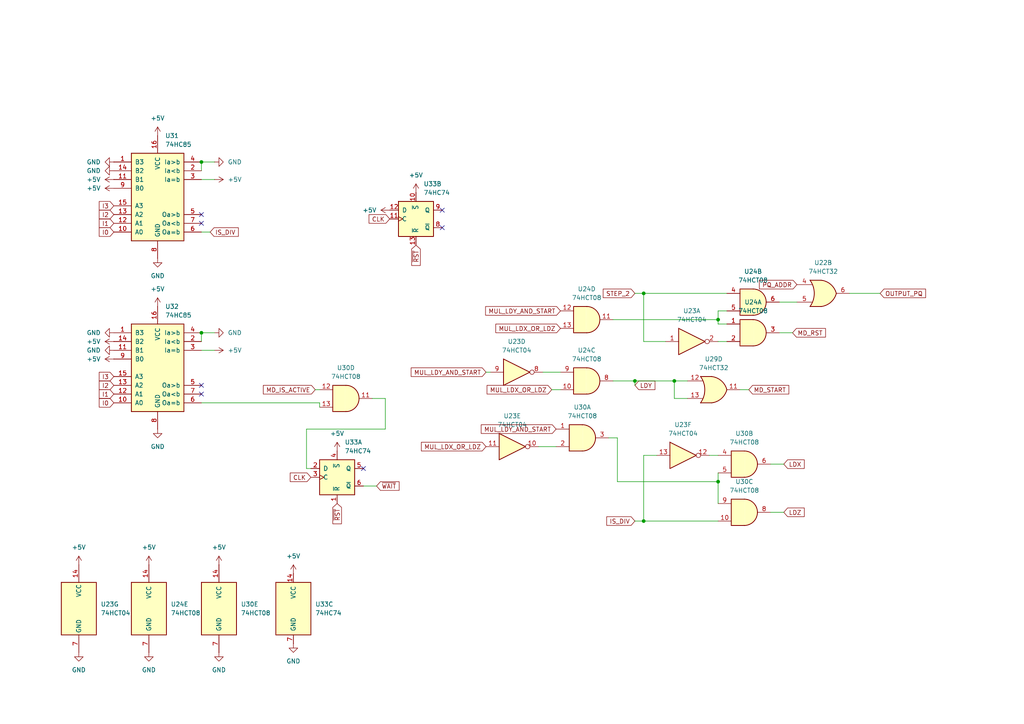
<source format=kicad_sch>
(kicad_sch (version 20250114) (generator "eeschema") (generator_version "9.0")
  (paper "A4")
  (lib_symbols
    (symbol "74xx:74HC04"
      (property "Reference" "U" (at 0 1.27 0))
      (property "Value" "74HC04" (at 0 -1.27 0))
      (symbol "74HC04_1_0"
        (polyline (pts (xy -3.81 3.81) (xy -3.81 -3.81) (xy 3.81 0) (xy -3.81 3.81)) (stroke (width 0.254)) (fill (type background)))
        (pin input line (at -7.62 0 0) (length 3.81) (name "~") (number "1"))
        (pin output inverted (at 7.62 0 180) (length 3.81) (name "~") (number "2"))
      )
      (symbol "74HC04_2_0"
        (polyline (pts (xy -3.81 3.81) (xy -3.81 -3.81) (xy 3.81 0) (xy -3.81 3.81)) (stroke (width 0.254)) (fill (type background)))
        (pin input line (at -7.62 0 0) (length 3.81) (name "~") (number "3"))
        (pin output inverted (at 7.62 0 180) (length 3.81) (name "~") (number "4"))
      )
      (symbol "74HC04_3_0"
        (polyline (pts (xy -3.81 3.81) (xy -3.81 -3.81) (xy 3.81 0) (xy -3.81 3.81)) (stroke (width 0.254)) (fill (type background)))
        (pin input line (at -7.62 0 0) (length 3.81) (name "~") (number "5"))
        (pin output inverted (at 7.62 0 180) (length 3.81) (name "~") (number "6"))
      )
      (symbol "74HC04_4_0"
        (polyline (pts (xy -3.81 3.81) (xy -3.81 -3.81) (xy 3.81 0) (xy -3.81 3.81)) (stroke (width 0.254)) (fill (type background)))
        (pin input line (at -7.62 0 0) (length 3.81) (name "~") (number "9"))
        (pin output inverted (at 7.62 0 180) (length 3.81) (name "~") (number "8"))
      )
      (symbol "74HC04_5_0"
        (polyline (pts (xy -3.81 3.81) (xy -3.81 -3.81) (xy 3.81 0) (xy -3.81 3.81)) (stroke (width 0.254)) (fill (type background)))
        (pin input line (at -7.62 0 0) (length 3.81) (name "~") (number "11"))
        (pin output inverted (at 7.62 0 180) (length 3.81) (name "~") (number "10"))
      )
      (symbol "74HC04_6_0"
        (polyline (pts (xy -3.81 3.81) (xy -3.81 -3.81) (xy 3.81 0) (xy -3.81 3.81)) (stroke (width 0.254)) (fill (type background)))
        (pin input line (at -7.62 0 0) (length 3.81) (name "~") (number "13"))
        (pin output inverted (at 7.62 0 180) (length 3.81) (name "~") (number "12"))
      )
      (symbol "74HC04_7_0"
        (pin power_in line (at 0 12.7 270) (length 5.08) (name "VCC") (number "14"))
        (pin power_in line (at 0 -12.7 90) (length 5.08) (name "GND") (number "7"))
      )
      (symbol "74HC04_7_1"
        (rectangle (start -5.08 7.62) (end 5.08 -7.62) (stroke (width 0.254)) (fill (type background)))
      )
    )
    (symbol "74xx:74HC74" (pin_names (offset 1.016))
      (property "Reference" "U" (at -7.62 8.89 0))
      (property "Value" "74HC74" (at -7.62 -8.89 0))
      (symbol "74HC74_1_0"
        (pin input line (at -7.62 2.54 0) (length 2.54) (name "D") (number "2"))
        (pin input clock (at -7.62 0 0) (length 2.54) (name "C") (number "3"))
        (pin input line (at 0 7.62 270) (length 2.54) (name "~{S}") (number "4"))
        (pin input line (at 0 -7.62 90) (length 2.54) (name "~{R}") (number "1"))
        (pin output line (at 7.62 2.54 180) (length 2.54) (name "Q") (number "5"))
        (pin output line (at 7.62 -2.54 180) (length 2.54) (name "~{Q}") (number "6"))
      )
      (symbol "74HC74_1_1"
        (rectangle (start -5.08 5.08) (end 5.08 -5.08) (stroke (width 0.254)) (fill (type background)))
      )
      (symbol "74HC74_2_0"
        (pin input line (at -7.62 2.54 0) (length 2.54) (name "D") (number "12"))
        (pin input clock (at -7.62 0 0) (length 2.54) (name "C") (number "11"))
        (pin input line (at 0 7.62 270) (length 2.54) (name "~{S}") (number "10"))
        (pin input line (at 0 -7.62 90) (length 2.54) (name "~{R}") (number "13"))
        (pin output line (at 7.62 2.54 180) (length 2.54) (name "Q") (number "9"))
        (pin output line (at 7.62 -2.54 180) (length 2.54) (name "~{Q}") (number "8"))
      )
      (symbol "74HC74_2_1"
        (rectangle (start -5.08 5.08) (end 5.08 -5.08) (stroke (width 0.254)) (fill (type background)))
      )
      (symbol "74HC74_3_0"
        (pin power_in line (at 0 10.16 270) (length 2.54) (name "VCC") (number "14"))
        (pin power_in line (at 0 -10.16 90) (length 2.54) (name "GND") (number "7"))
      )
      (symbol "74HC74_3_1"
        (rectangle (start -5.08 7.62) (end 5.08 -7.62) (stroke (width 0.254)) (fill (type background)))
      )
    )
    (symbol "74xx:74HC85" (pin_names (offset 1.016))
      (property "Reference" "U" (at -7.62 13.97 0))
      (property "Value" "74HC85" (at -7.62 -13.97 0))
      (symbol "74HC85_1_0"
        (pin input line (at -12.7 10.16 0) (length 5.08) (name "B3") (number "1"))
        (pin input line (at -12.7 7.62 0) (length 5.08) (name "B2") (number "14"))
        (pin input line (at -12.7 5.08 0) (length 5.08) (name "B1") (number "11"))
        (pin input line (at -12.7 2.54 0) (length 5.08) (name "B0") (number "9"))
        (pin input line (at -12.7 -2.54 0) (length 5.08) (name "A3") (number "15"))
        (pin input line (at -12.7 -5.08 0) (length 5.08) (name "A2") (number "13"))
        (pin input line (at -12.7 -7.62 0) (length 5.08) (name "A1") (number "12"))
        (pin input line (at -12.7 -10.16 0) (length 5.08) (name "A0") (number "10"))
        (pin power_in line (at 0 17.78 270) (length 5.08) (name "VCC") (number "16"))
        (pin power_in line (at 0 -17.78 90) (length 5.08) (name "GND") (number "8"))
        (pin input line (at 12.7 10.16 180) (length 5.08) (name "Ia>b") (number "4"))
        (pin input line (at 12.7 7.62 180) (length 5.08) (name "Ia<b") (number "2"))
        (pin input line (at 12.7 5.08 180) (length 5.08) (name "Ia=b") (number "3"))
        (pin output line (at 12.7 -5.08 180) (length 5.08) (name "Oa>b") (number "5"))
        (pin output line (at 12.7 -7.62 180) (length 5.08) (name "Oa<b") (number "7"))
        (pin output line (at 12.7 -10.16 180) (length 5.08) (name "Oa=b") (number "6"))
      )
      (symbol "74HC85_1_1"
        (rectangle (start -7.62 12.7) (end 7.62 -12.7) (stroke (width 0.254)) (fill (type background)))
      )
    )
    (symbol "74xx:74LS08" (pin_names (offset 1.016))
      (property "Reference" "U" (at 0 1.27 0))
      (property "Value" "74LS08" (at 0 -1.27 0))
      (symbol "74LS08_1_1"
        (arc (start 0 3.81) (mid 3.7934 0) (end 0 -3.81) (stroke (width 0.254)) (fill (type background)))
        (polyline (pts (xy 0 3.81) (xy -3.81 3.81) (xy -3.81 -3.81) (xy 0 -3.81)) (stroke (width 0.254)) (fill (type background)))
        (pin input line (at -7.62 2.54 0) (length 3.81) (name "~") (number "1"))
        (pin input line (at -7.62 -2.54 0) (length 3.81) (name "~") (number "2"))
        (pin output line (at 7.62 0 180) (length 3.81) (name "~") (number "3"))
      )
      (symbol "74LS08_1_2"
        (arc (start -3.81 3.81) (mid -2.589 0) (end -3.81 -3.81) (stroke (width 0.254)))
        (polyline (pts (xy -3.81 3.81) (xy -0.635 3.81)) (stroke (width 0.254)) (fill (type background)))
        (polyline (pts (xy -3.81 -3.81) (xy -0.635 -3.81)) (stroke (width 0.254)) (fill (type background)))
        (arc (start 3.81 0) (mid 2.1855 -2.584) (end -0.6096 -3.81) (stroke (width 0.254)) (fill (type background)))
        (arc (start -0.6096 3.81) (mid 2.1928 2.5924) (end 3.81 0) (stroke (width 0.254)) (fill (type background)))
        (polyline (pts (xy -0.635 3.81) (xy -3.81 3.81) (xy -3.81 3.81) (xy -3.556 3.4036) (xy -3.0226 2.2606) (xy -2.6924 1.0414) (xy -2.6162 -0.254) (xy -2.7686 -1.4986) (xy -3.175 -2.7178) (xy -3.81 -3.81) (xy -3.81 -3.81) (xy -0.635 -3.81)) (stroke (width -25.4)) (fill (type background)))
        (pin input inverted (at -7.62 2.54 0) (length 4.318) (name "~") (number "1"))
        (pin input inverted (at -7.62 -2.54 0) (length 4.318) (name "~") (number "2"))
        (pin output inverted (at 7.62 0 180) (length 3.81) (name "~") (number "3"))
      )
      (symbol "74LS08_2_1"
        (arc (start 0 3.81) (mid 3.7934 0) (end 0 -3.81) (stroke (width 0.254)) (fill (type background)))
        (polyline (pts (xy 0 3.81) (xy -3.81 3.81) (xy -3.81 -3.81) (xy 0 -3.81)) (stroke (width 0.254)) (fill (type background)))
        (pin input line (at -7.62 2.54 0) (length 3.81) (name "~") (number "4"))
        (pin input line (at -7.62 -2.54 0) (length 3.81) (name "~") (number "5"))
        (pin output line (at 7.62 0 180) (length 3.81) (name "~") (number "6"))
      )
      (symbol "74LS08_2_2"
        (arc (start -3.81 3.81) (mid -2.589 0) (end -3.81 -3.81) (stroke (width 0.254)))
        (polyline (pts (xy -3.81 3.81) (xy -0.635 3.81)) (stroke (width 0.254)) (fill (type background)))
        (polyline (pts (xy -3.81 -3.81) (xy -0.635 -3.81)) (stroke (width 0.254)) (fill (type background)))
        (arc (start 3.81 0) (mid 2.1855 -2.584) (end -0.6096 -3.81) (stroke (width 0.254)) (fill (type background)))
        (arc (start -0.6096 3.81) (mid 2.1928 2.5924) (end 3.81 0) (stroke (width 0.254)) (fill (type background)))
        (polyline (pts (xy -0.635 3.81) (xy -3.81 3.81) (xy -3.81 3.81) (xy -3.556 3.4036) (xy -3.0226 2.2606) (xy -2.6924 1.0414) (xy -2.6162 -0.254) (xy -2.7686 -1.4986) (xy -3.175 -2.7178) (xy -3.81 -3.81) (xy -3.81 -3.81) (xy -0.635 -3.81)) (stroke (width -25.4)) (fill (type background)))
        (pin input inverted (at -7.62 2.54 0) (length 4.318) (name "~") (number "4"))
        (pin input inverted (at -7.62 -2.54 0) (length 4.318) (name "~") (number "5"))
        (pin output inverted (at 7.62 0 180) (length 3.81) (name "~") (number "6"))
      )
      (symbol "74LS08_3_1"
        (arc (start 0 3.81) (mid 3.7934 0) (end 0 -3.81) (stroke (width 0.254)) (fill (type background)))
        (polyline (pts (xy 0 3.81) (xy -3.81 3.81) (xy -3.81 -3.81) (xy 0 -3.81)) (stroke (width 0.254)) (fill (type background)))
        (pin input line (at -7.62 2.54 0) (length 3.81) (name "~") (number "9"))
        (pin input line (at -7.62 -2.54 0) (length 3.81) (name "~") (number "10"))
        (pin output line (at 7.62 0 180) (length 3.81) (name "~") (number "8"))
      )
      (symbol "74LS08_3_2"
        (arc (start -3.81 3.81) (mid -2.589 0) (end -3.81 -3.81) (stroke (width 0.254)))
        (polyline (pts (xy -3.81 3.81) (xy -0.635 3.81)) (stroke (width 0.254)) (fill (type background)))
        (polyline (pts (xy -3.81 -3.81) (xy -0.635 -3.81)) (stroke (width 0.254)) (fill (type background)))
        (arc (start 3.81 0) (mid 2.1855 -2.584) (end -0.6096 -3.81) (stroke (width 0.254)) (fill (type background)))
        (arc (start -0.6096 3.81) (mid 2.1928 2.5924) (end 3.81 0) (stroke (width 0.254)) (fill (type background)))
        (polyline (pts (xy -0.635 3.81) (xy -3.81 3.81) (xy -3.81 3.81) (xy -3.556 3.4036) (xy -3.0226 2.2606) (xy -2.6924 1.0414) (xy -2.6162 -0.254) (xy -2.7686 -1.4986) (xy -3.175 -2.7178) (xy -3.81 -3.81) (xy -3.81 -3.81) (xy -0.635 -3.81)) (stroke (width -25.4)) (fill (type background)))
        (pin input inverted (at -7.62 2.54 0) (length 4.318) (name "~") (number "9"))
        (pin input inverted (at -7.62 -2.54 0) (length 4.318) (name "~") (number "10"))
        (pin output inverted (at 7.62 0 180) (length 3.81) (name "~") (number "8"))
      )
      (symbol "74LS08_4_1"
        (arc (start 0 3.81) (mid 3.7934 0) (end 0 -3.81) (stroke (width 0.254)) (fill (type background)))
        (polyline (pts (xy 0 3.81) (xy -3.81 3.81) (xy -3.81 -3.81) (xy 0 -3.81)) (stroke (width 0.254)) (fill (type background)))
        (pin input line (at -7.62 2.54 0) (length 3.81) (name "~") (number "12"))
        (pin input line (at -7.62 -2.54 0) (length 3.81) (name "~") (number "13"))
        (pin output line (at 7.62 0 180) (length 3.81) (name "~") (number "11"))
      )
      (symbol "74LS08_4_2"
        (arc (start -3.81 3.81) (mid -2.589 0) (end -3.81 -3.81) (stroke (width 0.254)))
        (polyline (pts (xy -3.81 3.81) (xy -0.635 3.81)) (stroke (width 0.254)) (fill (type background)))
        (polyline (pts (xy -3.81 -3.81) (xy -0.635 -3.81)) (stroke (width 0.254)) (fill (type background)))
        (arc (start 3.81 0) (mid 2.1855 -2.584) (end -0.6096 -3.81) (stroke (width 0.254)) (fill (type background)))
        (arc (start -0.6096 3.81) (mid 2.1928 2.5924) (end 3.81 0) (stroke (width 0.254)) (fill (type background)))
        (polyline (pts (xy -0.635 3.81) (xy -3.81 3.81) (xy -3.81 3.81) (xy -3.556 3.4036) (xy -3.0226 2.2606) (xy -2.6924 1.0414) (xy -2.6162 -0.254) (xy -2.7686 -1.4986) (xy -3.175 -2.7178) (xy -3.81 -3.81) (xy -3.81 -3.81) (xy -0.635 -3.81)) (stroke (width -25.4)) (fill (type background)))
        (pin input inverted (at -7.62 2.54 0) (length 4.318) (name "~") (number "12"))
        (pin input inverted (at -7.62 -2.54 0) (length 4.318) (name "~") (number "13"))
        (pin output inverted (at 7.62 0 180) (length 3.81) (name "~") (number "11"))
      )
      (symbol "74LS08_5_0"
        (pin power_in line (at 0 12.7 270) (length 5.08) (name "VCC") (number "14"))
        (pin power_in line (at 0 -12.7 90) (length 5.08) (name "GND") (number "7"))
      )
      (symbol "74LS08_5_1"
        (rectangle (start -5.08 7.62) (end 5.08 -7.62) (stroke (width 0.254)) (fill (type background)))
      )
    )
    (symbol "74xx:74LS32" (pin_names (offset 1.016))
      (property "Reference" "U" (at 0 1.27 0))
      (property "Value" "74LS32" (at 0 -1.27 0))
      (symbol "74LS32_1_1"
        (arc (start -3.81 3.81) (mid -2.589 0) (end -3.81 -3.81) (stroke (width 0.254)))
        (polyline (pts (xy -3.81 3.81) (xy -0.635 3.81)) (stroke (width 0.254)) (fill (type background)))
        (polyline (pts (xy -3.81 -3.81) (xy -0.635 -3.81)) (stroke (width 0.254)) (fill (type background)))
        (arc (start 3.81 0) (mid 2.1855 -2.584) (end -0.6096 -3.81) (stroke (width 0.254)) (fill (type background)))
        (arc (start -0.6096 3.81) (mid 2.1928 2.5924) (end 3.81 0) (stroke (width 0.254)) (fill (type background)))
        (polyline (pts (xy -0.635 3.81) (xy -3.81 3.81) (xy -3.81 3.81) (xy -3.556 3.4036) (xy -3.0226 2.2606) (xy -2.6924 1.0414) (xy -2.6162 -0.254) (xy -2.7686 -1.4986) (xy -3.175 -2.7178) (xy -3.81 -3.81) (xy -3.81 -3.81) (xy -0.635 -3.81)) (stroke (width -25.4)) (fill (type background)))
        (pin input line (at -7.62 2.54 0) (length 4.318) (name "~") (number "1"))
        (pin input line (at -7.62 -2.54 0) (length 4.318) (name "~") (number "2"))
        (pin output line (at 7.62 0 180) (length 3.81) (name "~") (number "3"))
      )
      (symbol "74LS32_1_2"
        (arc (start 0 3.81) (mid 3.7934 0) (end 0 -3.81) (stroke (width 0.254)) (fill (type background)))
        (polyline (pts (xy 0 3.81) (xy -3.81 3.81) (xy -3.81 -3.81) (xy 0 -3.81)) (stroke (width 0.254)) (fill (type background)))
        (pin input inverted (at -7.62 2.54 0) (length 3.81) (name "~") (number "1"))
        (pin input inverted (at -7.62 -2.54 0) (length 3.81) (name "~") (number "2"))
        (pin output inverted (at 7.62 0 180) (length 3.81) (name "~") (number "3"))
      )
      (symbol "74LS32_2_1"
        (arc (start -3.81 3.81) (mid -2.589 0) (end -3.81 -3.81) (stroke (width 0.254)))
        (polyline (pts (xy -3.81 3.81) (xy -0.635 3.81)) (stroke (width 0.254)) (fill (type background)))
        (polyline (pts (xy -3.81 -3.81) (xy -0.635 -3.81)) (stroke (width 0.254)) (fill (type background)))
        (arc (start 3.81 0) (mid 2.1855 -2.584) (end -0.6096 -3.81) (stroke (width 0.254)) (fill (type background)))
        (arc (start -0.6096 3.81) (mid 2.1928 2.5924) (end 3.81 0) (stroke (width 0.254)) (fill (type background)))
        (polyline (pts (xy -0.635 3.81) (xy -3.81 3.81) (xy -3.81 3.81) (xy -3.556 3.4036) (xy -3.0226 2.2606) (xy -2.6924 1.0414) (xy -2.6162 -0.254) (xy -2.7686 -1.4986) (xy -3.175 -2.7178) (xy -3.81 -3.81) (xy -3.81 -3.81) (xy -0.635 -3.81)) (stroke (width -25.4)) (fill (type background)))
        (pin input line (at -7.62 2.54 0) (length 4.318) (name "~") (number "4"))
        (pin input line (at -7.62 -2.54 0) (length 4.318) (name "~") (number "5"))
        (pin output line (at 7.62 0 180) (length 3.81) (name "~") (number "6"))
      )
      (symbol "74LS32_2_2"
        (arc (start 0 3.81) (mid 3.7934 0) (end 0 -3.81) (stroke (width 0.254)) (fill (type background)))
        (polyline (pts (xy 0 3.81) (xy -3.81 3.81) (xy -3.81 -3.81) (xy 0 -3.81)) (stroke (width 0.254)) (fill (type background)))
        (pin input inverted (at -7.62 2.54 0) (length 3.81) (name "~") (number "4"))
        (pin input inverted (at -7.62 -2.54 0) (length 3.81) (name "~") (number "5"))
        (pin output inverted (at 7.62 0 180) (length 3.81) (name "~") (number "6"))
      )
      (symbol "74LS32_3_1"
        (arc (start -3.81 3.81) (mid -2.589 0) (end -3.81 -3.81) (stroke (width 0.254)))
        (polyline (pts (xy -3.81 3.81) (xy -0.635 3.81)) (stroke (width 0.254)) (fill (type background)))
        (polyline (pts (xy -3.81 -3.81) (xy -0.635 -3.81)) (stroke (width 0.254)) (fill (type background)))
        (arc (start 3.81 0) (mid 2.1855 -2.584) (end -0.6096 -3.81) (stroke (width 0.254)) (fill (type background)))
        (arc (start -0.6096 3.81) (mid 2.1928 2.5924) (end 3.81 0) (stroke (width 0.254)) (fill (type background)))
        (polyline (pts (xy -0.635 3.81) (xy -3.81 3.81) (xy -3.81 3.81) (xy -3.556 3.4036) (xy -3.0226 2.2606) (xy -2.6924 1.0414) (xy -2.6162 -0.254) (xy -2.7686 -1.4986) (xy -3.175 -2.7178) (xy -3.81 -3.81) (xy -3.81 -3.81) (xy -0.635 -3.81)) (stroke (width -25.4)) (fill (type background)))
        (pin input line (at -7.62 2.54 0) (length 4.318) (name "~") (number "9"))
        (pin input line (at -7.62 -2.54 0) (length 4.318) (name "~") (number "10"))
        (pin output line (at 7.62 0 180) (length 3.81) (name "~") (number "8"))
      )
      (symbol "74LS32_3_2"
        (arc (start 0 3.81) (mid 3.7934 0) (end 0 -3.81) (stroke (width 0.254)) (fill (type background)))
        (polyline (pts (xy 0 3.81) (xy -3.81 3.81) (xy -3.81 -3.81) (xy 0 -3.81)) (stroke (width 0.254)) (fill (type background)))
        (pin input inverted (at -7.62 2.54 0) (length 3.81) (name "~") (number "9"))
        (pin input inverted (at -7.62 -2.54 0) (length 3.81) (name "~") (number "10"))
        (pin output inverted (at 7.62 0 180) (length 3.81) (name "~") (number "8"))
      )
      (symbol "74LS32_4_1"
        (arc (start -3.81 3.81) (mid -2.589 0) (end -3.81 -3.81) (stroke (width 0.254)))
        (polyline (pts (xy -3.81 3.81) (xy -0.635 3.81)) (stroke (width 0.254)) (fill (type background)))
        (polyline (pts (xy -3.81 -3.81) (xy -0.635 -3.81)) (stroke (width 0.254)) (fill (type background)))
        (arc (start 3.81 0) (mid 2.1855 -2.584) (end -0.6096 -3.81) (stroke (width 0.254)) (fill (type background)))
        (arc (start -0.6096 3.81) (mid 2.1928 2.5924) (end 3.81 0) (stroke (width 0.254)) (fill (type background)))
        (polyline (pts (xy -0.635 3.81) (xy -3.81 3.81) (xy -3.81 3.81) (xy -3.556 3.4036) (xy -3.0226 2.2606) (xy -2.6924 1.0414) (xy -2.6162 -0.254) (xy -2.7686 -1.4986) (xy -3.175 -2.7178) (xy -3.81 -3.81) (xy -3.81 -3.81) (xy -0.635 -3.81)) (stroke (width -25.4)) (fill (type background)))
        (pin input line (at -7.62 2.54 0) (length 4.318) (name "~") (number "12"))
        (pin input line (at -7.62 -2.54 0) (length 4.318) (name "~") (number "13"))
        (pin output line (at 7.62 0 180) (length 3.81) (name "~") (number "11"))
      )
      (symbol "74LS32_4_2"
        (arc (start 0 3.81) (mid 3.7934 0) (end 0 -3.81) (stroke (width 0.254)) (fill (type background)))
        (polyline (pts (xy 0 3.81) (xy -3.81 3.81) (xy -3.81 -3.81) (xy 0 -3.81)) (stroke (width 0.254)) (fill (type background)))
        (pin input inverted (at -7.62 2.54 0) (length 3.81) (name "~") (number "12"))
        (pin input inverted (at -7.62 -2.54 0) (length 3.81) (name "~") (number "13"))
        (pin output inverted (at 7.62 0 180) (length 3.81) (name "~") (number "11"))
      )
      (symbol "74LS32_5_0"
        (pin power_in line (at 0 12.7 270) (length 5.08) (name "VCC") (number "14"))
        (pin power_in line (at 0 -12.7 90) (length 5.08) (name "GND") (number "7"))
      )
      (symbol "74LS32_5_1"
        (rectangle (start -5.08 7.62) (end 5.08 -7.62) (stroke (width 0.254)) (fill (type background)))
      )
    )
    (symbol "power:+5V" (power) (pin_numbers (hide yes)) (pin_names (offset 0) (hide yes))
      (property "Value" "+5V" (at 0 3.556 0))
      (symbol "+5V_0_1"
        (polyline (pts (xy -0.762 1.27) (xy 0 2.54)))
        (polyline (pts (xy 0 2.54) (xy 0.762 1.27)))
        (polyline (pts (xy 0 0) (xy 0 2.54)))
      )
      (symbol "+5V_1_1"
        (pin power_in line (at 0 0 90) (length 0) (name "~") (number "1"))
      )
    )
    (symbol "power:GND" (power) (pin_numbers (hide yes)) (pin_names (offset 0) (hide yes))
      (property "Value" "GND" (at 0 -3.81 0))
      (symbol "GND_0_1"
        (polyline (pts (xy 0 0) (xy 0 -1.27) (xy 1.27 -1.27) (xy 0 -2.54) (xy -1.27 -1.27) (xy 0 -1.27)))
      )
      (symbol "GND_1_1"
        (pin power_in line (at 0 0 270) (length 0) (name "~") (number "1"))
      )
    )
  )
  (junction (at 195.58 110.49))
  (junction (at 186.69 85.09))
  (junction (at 208.28 139.7))
  (junction (at 208.28 92.71))
  (junction (at 58.42 46.99))
  (junction (at 184.15 110.49))
  (junction (at 186.69 151.13))
  (junction (at 58.42 96.52))
  (no_connect (at 105.41 135.89))
  (no_connect (at 58.42 114.3))
  (no_connect (at 58.42 111.76))
  (no_connect (at 128.27 66.04))
  (no_connect (at 58.42 64.77))
  (no_connect (at 128.27 60.96))
  (no_connect (at 58.42 62.23))
  (wire (pts (xy 91.44 113.03) (xy 92.71 113.03)))
  (wire (pts (xy 214.63 113.03) (xy 217.17 113.03)))
  (wire (pts (xy 210.82 90.17) (xy 208.28 90.17)))
  (wire (pts (xy 62.23 96.52) (xy 58.42 96.52)))
  (wire (pts (xy 186.69 99.06) (xy 193.04 99.06)))
  (wire (pts (xy 190.5 132.08) (xy 186.69 132.08)))
  (wire (pts (xy 107.95 115.57) (xy 111.76 115.57)))
  (wire (pts (xy 186.69 85.09) (xy 186.69 99.06)))
  (wire (pts (xy 184.15 110.49) (xy 184.15 111.76)))
  (wire (pts (xy 88.9 124.46) (xy 88.9 135.89)))
  (wire (pts (xy 58.42 116.84) (xy 92.71 116.84)))
  (wire (pts (xy 105.41 140.97) (xy 109.22 140.97)))
  (wire (pts (xy 160.02 113.03) (xy 162.56 113.03)))
  (wire (pts (xy 179.07 139.7) (xy 208.28 139.7)))
  (wire (pts (xy 223.52 134.62) (xy 227.33 134.62)))
  (wire (pts (xy 208.28 93.98) (xy 210.82 93.98)))
  (wire (pts (xy 140.97 107.95) (xy 142.24 107.95)))
  (wire (pts (xy 208.28 139.7) (xy 208.28 146.05)))
  (wire (pts (xy 208.28 90.17) (xy 208.28 92.71)))
  (wire (pts (xy 246.38 85.09) (xy 255.27 85.09)))
  (wire (pts (xy 111.76 115.57) (xy 111.76 124.46)))
  (wire (pts (xy 208.28 99.06) (xy 210.82 99.06)))
  (wire (pts (xy 226.06 96.52) (xy 229.87 96.52)))
  (wire (pts (xy 88.9 135.89) (xy 90.17 135.89)))
  (wire (pts (xy 111.76 124.46) (xy 88.9 124.46)))
  (wire (pts (xy 58.42 96.52) (xy 58.42 99.06)))
  (wire (pts (xy 62.23 46.99) (xy 58.42 46.99)))
  (wire (pts (xy 210.82 85.09) (xy 186.69 85.09)))
  (wire (pts (xy 58.42 101.6) (xy 62.23 101.6)))
  (wire (pts (xy 184.15 110.49) (xy 195.58 110.49)))
  (wire (pts (xy 58.42 67.31) (xy 60.96 67.31)))
  (wire (pts (xy 157.48 107.95) (xy 162.56 107.95)))
  (wire (pts (xy 208.28 139.7) (xy 208.28 137.16)))
  (wire (pts (xy 208.28 92.71) (xy 208.28 93.98)))
  (wire (pts (xy 176.53 127) (xy 179.07 127)))
  (wire (pts (xy 58.42 46.99) (xy 58.42 49.53)))
  (wire (pts (xy 177.8 92.71) (xy 208.28 92.71)))
  (wire (pts (xy 58.42 52.07) (xy 62.23 52.07)))
  (wire (pts (xy 184.15 151.13) (xy 186.69 151.13)))
  (wire (pts (xy 184.15 85.09) (xy 186.69 85.09)))
  (wire (pts (xy 223.52 148.59) (xy 227.33 148.59)))
  (wire (pts (xy 179.07 127) (xy 179.07 139.7)))
  (wire (pts (xy 177.8 110.49) (xy 184.15 110.49)))
  (wire (pts (xy 186.69 151.13) (xy 208.28 151.13)))
  (wire (pts (xy 156.21 129.54) (xy 161.29 129.54)))
  (wire (pts (xy 195.58 115.57) (xy 195.58 110.49)))
  (wire (pts (xy 195.58 110.49) (xy 199.39 110.49)))
  (wire (pts (xy 205.74 132.08) (xy 208.28 132.08)))
  (wire (pts (xy 199.39 115.57) (xy 195.58 115.57)))
  (wire (pts (xy 92.71 116.84) (xy 92.71 118.11)))
  (wire (pts (xy 226.06 87.63) (xy 231.14 87.63)))
  (wire (pts (xy 186.69 132.08) (xy 186.69 151.13)))
  (global_label "IS_DIV" (shape input) (at 184.15 151.13 180) (property "Intersheetrefs" "${INTERSHEET_REFS}" (effects (hide yes))))
  (global_label "MD_IS_ACTIVE" (shape input) (at 91.44 113.03 180) (property "Intersheetrefs" "${INTERSHEET_REFS}" (effects (hide yes))))
  (global_label "I1" (shape input) (at 33.02 64.77 180) (property "Intersheetrefs" "${INTERSHEET_REFS}" (effects (hide yes))))
  (global_label "MUL_LDX_OR_LDZ" (shape input) (at 160.02 113.03 180) (property "Intersheetrefs" "${INTERSHEET_REFS}" (effects (hide yes))))
  (global_label "I3" (shape input) (at 33.02 109.22 180) (property "Intersheetrefs" "${INTERSHEET_REFS}" (effects (hide yes))))
  (global_label "LDY" (shape input) (at 184.15 111.76 0) (property "Intersheetrefs" "${INTERSHEET_REFS}" (effects (hide yes))))
  (global_label "I1" (shape input) (at 33.02 114.3 180) (property "Intersheetrefs" "${INTERSHEET_REFS}" (effects (hide yes))))
  (global_label "MD_RST" (shape input) (at 229.87 96.52 0) (property "Intersheetrefs" "${INTERSHEET_REFS}" (effects (hide yes))))
  (global_label "I0" (shape input) (at 33.02 116.84 180) (property "Intersheetrefs" "${INTERSHEET_REFS}" (effects (hide yes))))
  (global_label "MUL_LDY_AND_START" (shape input) (at 140.97 107.95 180) (property "Intersheetrefs" "${INTERSHEET_REFS}" (effects (hide yes))))
  (global_label "CLK" (shape input) (at 90.17 138.43 180) (property "Intersheetrefs" "${INTERSHEET_REFS}" (effects (hide yes))))
  (global_label "PQ_ADDR" (shape input) (at 231.14 82.55 180) (property "Intersheetrefs" "${INTERSHEET_REFS}" (effects (hide yes))))
  (global_label "~{RST}" (shape input) (at 97.79 146.05 270) (property "Intersheetrefs" "${INTERSHEET_REFS}" (effects (hide yes))))
  (global_label "I2" (shape input) (at 33.02 62.23 180) (property "Intersheetrefs" "${INTERSHEET_REFS}" (effects (hide yes))))
  (global_label "MUL_LDY_AND_START" (shape input) (at 161.29 124.46 180) (property "Intersheetrefs" "${INTERSHEET_REFS}" (effects (hide yes))))
  (global_label "OUTPUT_PQ" (shape input) (at 255.27 85.09 0) (property "Intersheetrefs" "${INTERSHEET_REFS}" (effects (hide yes))))
  (global_label "MUL_LDX_OR_LDZ" (shape input) (at 140.97 129.54 180) (property "Intersheetrefs" "${INTERSHEET_REFS}" (effects (hide yes))))
  (global_label "IS_DIV" (shape input) (at 60.96 67.31 0) (property "Intersheetrefs" "${INTERSHEET_REFS}" (effects (hide yes))))
  (global_label "MD_START" (shape input) (at 217.17 113.03 0) (property "Intersheetrefs" "${INTERSHEET_REFS}" (effects (hide yes))))
  (global_label "CLK" (shape input) (at 113.03 63.5 180) (property "Intersheetrefs" "${INTERSHEET_REFS}" (effects (hide yes))))
  (global_label "I2" (shape input) (at 33.02 111.76 180) (property "Intersheetrefs" "${INTERSHEET_REFS}" (effects (hide yes))))
  (global_label "MUL_LDY_AND_START" (shape input) (at 162.56 90.17 180) (property "Intersheetrefs" "${INTERSHEET_REFS}" (effects (hide yes))))
  (global_label "~{RST}" (shape input) (at 120.65 71.12 270) (property "Intersheetrefs" "${INTERSHEET_REFS}" (effects (hide yes))))
  (global_label "~{WAIT}" (shape input) (at 109.22 140.97 0) (property "Intersheetrefs" "${INTERSHEET_REFS}" (effects (hide yes))))
  (global_label "I3" (shape input) (at 33.02 59.69 180) (property "Intersheetrefs" "${INTERSHEET_REFS}" (effects (hide yes))))
  (global_label "I0" (shape input) (at 33.02 67.31 180) (property "Intersheetrefs" "${INTERSHEET_REFS}" (effects (hide yes))))
  (global_label "STEP_2" (shape input) (at 184.15 85.09 180) (property "Intersheetrefs" "${INTERSHEET_REFS}" (effects (hide yes))))
  (global_label "LDZ" (shape input) (at 227.33 148.59 0) (property "Intersheetrefs" "${INTERSHEET_REFS}" (effects (hide yes))))
  (global_label "LDX" (shape input) (at 227.33 134.62 0) (property "Intersheetrefs" "${INTERSHEET_REFS}" (effects (hide yes))))
  (global_label "MUL_LDX_OR_LDZ" (shape input) (at 162.56 95.25 180) (property "Intersheetrefs" "${INTERSHEET_REFS}" (effects (hide yes))))
  (symbol (lib_id "74xx:74LS32") (at 207.01 113.03 0) (unit 4)
    (property "Reference" "U29" (at 207.01 104.14 0))
    (property "Value" "74HCT32" (at 207.01 106.68 0))
    (property "Footprint" "Package_SO:SO-14_3.9x8.65mm_P1.27mm" (effects (hide yes)))
    (property "Datasheet" "http://www.ti.com/lit/gpn/sn74LS32" (effects (hide yes)))
    (property "Description" "Quad 2-input OR" (effects (hide yes)))
    (property "VerilogCode" "ttl_74hct32 U29(_1, _2, _3, _4, _5, _6, _9, _10, _8, _12, _13, _11);" (effects (hide yes)))
  )
  (symbol (lib_id "power:+5V") (at 43.18 163.83 0) (unit 1)
    (property "Reference" "#PWR082" (effects (hide yes)))
    (property "Value" "+5V" (at 43.18 158.75 0))
    (property "Description" "Power symbol creates a global label with name \"+5V\"" (effects (hide yes)))
  )
  (symbol (lib_id "power:GND") (at 45.72 74.93 0) (unit 1)
    (property "Reference" "#PWR0105" (effects (hide yes)))
    (property "Value" "GND" (at 45.72 80.01 0))
    (property "Description" "Power symbol creates a global label with name \"GND\" , ground" (effects (hide yes)))
  )
  (symbol (lib_id "74xx:74LS08") (at 100.33 115.57 0) (unit 4)
    (property "Reference" "U30" (at 100.3217 106.68 0))
    (property "Value" "74HCT08" (at 100.3217 109.22 0))
    (property "Footprint" "Package_SO:SO-14_3.9x8.65mm_P1.27mm" (effects (hide yes)))
    (property "Datasheet" "http://www.ti.com/lit/gpn/sn74LS08" (effects (hide yes)))
    (property "Description" "Quad And2" (effects (hide yes)))
    (property "VerilogCode" "ttl_74hct08 U30(_1, _2, _3, _4, _5, _6, _9, _10, _8, _12, _13, _11);" (effects (hide yes)))
  )
  (symbol (lib_id "74xx:74LS08") (at 215.9 148.59 0) (unit 3)
    (property "Reference" "U30" (at 215.8917 139.7 0))
    (property "Value" "74HCT08" (at 215.8917 142.24 0))
    (property "Footprint" "Package_SO:SO-14_3.9x8.65mm_P1.27mm" (effects (hide yes)))
    (property "Datasheet" "http://www.ti.com/lit/gpn/sn74LS08" (effects (hide yes)))
    (property "Description" "Quad And2" (effects (hide yes)))
    (property "VerilogCode" "ttl_74hct08 U30(_1, _2, _3, _4, _5, _6, _9, _10, _8, _12, _13, _11);" (effects (hide yes)))
  )
  (symbol (lib_id "power:+5V") (at 45.72 39.37 0) (unit 1)
    (property "Reference" "#PWR0104" (effects (hide yes)))
    (property "Value" "+5V" (at 45.72 34.29 0))
    (property "Description" "Power symbol creates a global label with name \"+5V\"" (effects (hide yes)))
  )
  (symbol (lib_id "power:+5V") (at 22.86 163.83 0) (unit 1)
    (property "Reference" "#PWR080" (effects (hide yes)))
    (property "Value" "+5V" (at 22.86 158.75 0))
    (property "Description" "Power symbol creates a global label with name \"+5V\"" (effects (hide yes)))
  )
  (symbol (lib_id "74xx:74LS08") (at 218.44 96.52 0) (unit 1)
    (property "Reference" "U24" (at 218.4317 87.63 0))
    (property "Value" "74HCT08" (at 218.4317 90.17 0))
    (property "Footprint" "Package_SO:SO-14_3.9x8.65mm_P1.27mm" (effects (hide yes)))
    (property "Datasheet" "http://www.ti.com/lit/gpn/sn74LS08" (effects (hide yes)))
    (property "Description" "Quad And2" (effects (hide yes)))
    (property "VerilogCode" "ttl_74hct08 U24(_1, _2, _3, _4, _5, _6, _9, _10, _8, _12, _13, _11);" (effects (hide yes)))
  )
  (symbol (lib_id "power:+5V") (at 33.02 104.14 90) (unit 1)
    (property "Reference" "#PWR0117" (effects (hide yes)))
    (property "Value" "+5V" (at 29.21 104.1399 90) (effects (justify left)))
    (property "Description" "Power symbol creates a global label with name \"+5V\"" (effects (hide yes)))
  )
  (symbol (lib_id "74xx:74LS08") (at 168.91 127 0) (unit 1)
    (property "Reference" "U30" (at 168.9017 118.11 0))
    (property "Value" "74HCT08" (at 168.9017 120.65 0))
    (property "Footprint" "Package_SO:SO-14_3.9x8.65mm_P1.27mm" (effects (hide yes)))
    (property "Datasheet" "http://www.ti.com/lit/gpn/sn74LS08" (effects (hide yes)))
    (property "Description" "Quad And2" (effects (hide yes)))
    (property "VerilogCode" "ttl_74hct08 U30(_1, _2, _3, _4, _5, _6, _9, _10, _8, _12, _13, _11);" (effects (hide yes)))
  )
  (symbol (lib_id "74xx:74LS32") (at 238.76 85.09 0) (unit 2)
    (property "Reference" "U22" (at 238.76 76.2 0))
    (property "Value" "74HCT32" (at 238.76 78.74 0))
    (property "Footprint" "Package_SO:SO-14_3.9x8.65mm_P1.27mm" (effects (hide yes)))
    (property "Datasheet" "http://www.ti.com/lit/gpn/sn74LS32" (effects (hide yes)))
    (property "Description" "Quad 2-input OR" (effects (hide yes)))
    (property "VerilogCode" "ttl_74hct32 U22(_1, _2, _3, _4, _5, _6, _9, _10, _8, _12, _13, _11);" (effects (hide yes)))
  )
  (symbol (lib_id "74xx:74HC04") (at 200.66 99.06 0) (unit 1)
    (property "Reference" "U23" (at 200.66 90.17 0))
    (property "Value" "74HCT04" (at 200.66 92.71 0))
    (property "Footprint" "Package_SO:SO-14_3.9x8.65mm_P1.27mm" (effects (hide yes)))
    (property "Datasheet" "https://assets.nexperia.com/documents/data-sheet/74HC_HCT04.pdf" (effects (hide yes)))
    (property "Description" "Hex Inverter" (effects (hide yes)))
    (property "VerilogCode" "ttl_74hct04 U23({_1, _3, _5, _9, _11, _13}, {_2, _4, _6, _8, _10, _12});" (effects (hide yes)))
  )
  (symbol (lib_id "74xx:74HC04") (at 148.59 129.54 0) (unit 5)
    (property "Reference" "U23" (at 148.59 120.65 0))
    (property "Value" "74HCT04" (at 148.59 123.19 0))
    (property "Footprint" "Package_SO:SO-14_3.9x8.65mm_P1.27mm" (effects (hide yes)))
    (property "Datasheet" "https://assets.nexperia.com/documents/data-sheet/74HC_HCT04.pdf" (effects (hide yes)))
    (property "Description" "Hex Inverter" (effects (hide yes)))
    (property "VerilogCode" "ttl_74hct04 U23({_1, _3, _5, _9, _11, _13}, {_2, _4, _6, _8, _10, _12});" (effects (hide yes)))
  )
  (symbol (lib_id "power:+5V") (at 62.23 52.07 270) (unit 1)
    (property "Reference" "#PWR0109" (effects (hide yes)))
    (property "Value" "+5V" (at 66.04 52.0699 90) (effects (justify left)))
    (property "Description" "Power symbol creates a global label with name \"+5V\"" (effects (hide yes)))
  )
  (symbol (lib_id "74xx:74LS08") (at 170.18 110.49 0) (unit 3)
    (property "Reference" "U24" (at 170.1717 101.6 0))
    (property "Value" "74HCT08" (at 170.1717 104.14 0))
    (property "Footprint" "Package_SO:SO-14_3.9x8.65mm_P1.27mm" (effects (hide yes)))
    (property "Datasheet" "http://www.ti.com/lit/gpn/sn74LS08" (effects (hide yes)))
    (property "Description" "Quad And2" (effects (hide yes)))
    (property "VerilogCode" "ttl_74hct08 U24(_1, _2, _3, _4, _5, _6, _9, _10, _8, _12, _13, _11);" (effects (hide yes)))
  )
  (symbol (lib_id "power:GND") (at 45.72 124.46 0) (unit 1)
    (property "Reference" "#PWR0107" (effects (hide yes)))
    (property "Value" "GND" (at 45.72 129.54 0))
    (property "Description" "Power symbol creates a global label with name \"GND\" , ground" (effects (hide yes)))
  )
  (symbol (lib_id "power:GND") (at 62.23 96.52 90) (unit 1)
    (property "Reference" "#PWR0110" (effects (hide yes)))
    (property "Value" "GND" (at 66.04 96.5199 90) (effects (justify right)))
    (property "Description" "Power symbol creates a global label with name \"GND\" , ground" (effects (hide yes)))
  )
  (symbol (lib_id "74xx:74LS08") (at 43.18 176.53 0) (unit 5)
    (property "Reference" "U24" (at 49.53 175.2599 0) (effects (justify left)))
    (property "Value" "74HCT08" (at 49.53 177.7999 0) (effects (justify left)))
    (property "Footprint" "Package_SO:SO-14_3.9x8.65mm_P1.27mm" (effects (hide yes)))
    (property "Datasheet" "http://www.ti.com/lit/gpn/sn74LS08" (effects (hide yes)))
    (property "Description" "Quad And2" (effects (hide yes)))
    (property "VerilogCode" "ttl_74hct08 U24(_1, _2, _3, _4, _5, _6, _9, _10, _8, _12, _13, _11);" (effects (hide yes)))
  )
  (symbol (lib_id "power:+5V") (at 45.72 88.9 0) (unit 1)
    (property "Reference" "#PWR0106" (effects (hide yes)))
    (property "Value" "+5V" (at 45.72 83.82 0))
    (property "Description" "Power symbol creates a global label with name \"+5V\"" (effects (hide yes)))
  )
  (symbol (lib_id "74xx:74LS08") (at 215.9 134.62 0) (unit 2)
    (property "Reference" "U30" (at 215.8917 125.73 0))
    (property "Value" "74HCT08" (at 215.8917 128.27 0))
    (property "Footprint" "Package_SO:SO-14_3.9x8.65mm_P1.27mm" (effects (hide yes)))
    (property "Datasheet" "http://www.ti.com/lit/gpn/sn74LS08" (effects (hide yes)))
    (property "Description" "Quad And2" (effects (hide yes)))
    (property "VerilogCode" "ttl_74hct08 U30(_1, _2, _3, _4, _5, _6, _9, _10, _8, _12, _13, _11);" (effects (hide yes)))
  )
  (symbol (lib_id "power:+5V") (at 97.79 130.81 0) (unit 1)
    (property "Reference" "#PWR0122" (effects (hide yes)))
    (property "Value" "+5V" (at 97.79 125.73 0))
    (property "Description" "Power symbol creates a global label with name \"+5V\"" (effects (hide yes)))
  )
  (symbol (lib_id "power:+5V") (at 33.02 99.06 90) (unit 1)
    (property "Reference" "#PWR0116" (effects (hide yes)))
    (property "Value" "+5V" (at 29.21 99.0599 90) (effects (justify left)))
    (property "Description" "Power symbol creates a global label with name \"+5V\"" (effects (hide yes)))
  )
  (symbol (lib_id "74xx:74LS08") (at 63.5 176.53 0) (unit 5)
    (property "Reference" "U30" (at 69.85 175.2599 0) (effects (justify left)))
    (property "Value" "74HCT08" (at 69.85 177.7999 0) (effects (justify left)))
    (property "Footprint" "Package_SO:SO-14_3.9x8.65mm_P1.27mm" (effects (hide yes)))
    (property "Datasheet" "http://www.ti.com/lit/gpn/sn74LS08" (effects (hide yes)))
    (property "Description" "Quad And2" (effects (hide yes)))
    (property "VerilogCode" "ttl_74hct08 U30(_1, _2, _3, _4, _5, _6, _9, _10, _8, _12, _13, _11);" (effects (hide yes)))
  )
  (symbol (lib_id "power:GND") (at 85.09 186.69 0) (unit 1)
    (property "Reference" "#PWR0121" (effects (hide yes)))
    (property "Value" "GND" (at 85.09 191.77 0))
    (property "Description" "Power symbol creates a global label with name \"GND\" , ground" (effects (hide yes)))
  )
  (symbol (lib_id "power:GND") (at 33.02 101.6 270) (unit 1)
    (property "Reference" "#PWR0115" (effects (hide yes)))
    (property "Value" "GND" (at 29.21 101.5999 90) (effects (justify right)))
    (property "Description" "Power symbol creates a global label with name \"GND\" , ground" (effects (hide yes)))
  )
  (symbol (lib_id "power:GND") (at 33.02 46.99 270) (unit 1)
    (property "Reference" "#PWR0112" (effects (hide yes)))
    (property "Value" "GND" (at 29.21 46.9899 90) (effects (justify right)))
    (property "Description" "Power symbol creates a global label with name \"GND\" , ground" (effects (hide yes)))
  )
  (symbol (lib_id "74xx:74HC74") (at 97.79 138.43 0) (unit 1)
    (property "Reference" "U33" (at 99.9841 128.27 0) (effects (justify left)))
    (property "Value" "74HC74" (at 99.9841 130.81 0) (effects (justify left)))
    (property "Footprint" "Package_SO:SO-14_3.9x8.65mm_P1.27mm" (effects (hide yes)))
    (property "Datasheet" "74xx/74hc_hct74.pdf" (effects (hide yes)))
    (property "Description" "Dual D Flip-flop, Set & Reset" (effects (hide yes)))
    (property "VerilogCode" "ttl_74hc74 U33(D_2, C_3, nS_4, nR_1, Q_5, nQ_6, D_12, C_11, nS_10, nR_13, Q_9, nQ_8);" (effects (hide yes)))
  )
  (symbol (lib_id "power:+5V") (at 62.23 101.6 270) (unit 1)
    (property "Reference" "#PWR0111" (effects (hide yes)))
    (property "Value" "+5V" (at 66.04 101.5999 90) (effects (justify left)))
    (property "Description" "Power symbol creates a global label with name \"+5V\"" (effects (hide yes)))
  )
  (symbol (lib_id "power:GND") (at 22.86 189.23 0) (unit 1)
    (property "Reference" "#PWR081" (effects (hide yes)))
    (property "Value" "GND" (at 22.86 194.31 0))
    (property "Description" "Power symbol creates a global label with name \"GND\" , ground" (effects (hide yes)))
  )
  (symbol (lib_id "power:+5V") (at 120.65 55.88 0) (unit 1)
    (property "Reference" "#PWR0123" (effects (hide yes)))
    (property "Value" "+5V" (at 120.65 50.8 0))
    (property "Description" "Power symbol creates a global label with name \"+5V\"" (effects (hide yes)))
  )
  (symbol (lib_id "74xx:74HC85") (at 45.72 57.15 0) (unit 1)
    (property "Reference" "U31" (at 47.9141 39.37 0) (effects (justify left)))
    (property "Value" "74HC85" (at 47.9141 41.91 0) (effects (justify left)))
    (property "Footprint" "Package_DIP:DIP-16_W7.62mm" (effects (hide yes)))
    (property "Datasheet" "https://assets.nexperia.com/documents/data-sheet/74HC_HCT85.pdf" (effects (hide yes)))
    (property "Description" "4-bit Comparator" (effects (hide yes)))
    (property "VerilogCode" "ttl_74hc85 U31(`A, `B, Iax3eb, Iax3cb, Iax3db, Oax3eb, Oax3cb, Oax3db);" (effects (hide yes)))
  )
  (symbol (lib_id "74xx:74LS08") (at 218.44 87.63 0) (unit 2)
    (property "Reference" "U24" (at 218.4317 78.74 0))
    (property "Value" "74HCT08" (at 218.4317 81.28 0))
    (property "Footprint" "Package_SO:SO-14_3.9x8.65mm_P1.27mm" (effects (hide yes)))
    (property "Datasheet" "http://www.ti.com/lit/gpn/sn74LS08" (effects (hide yes)))
    (property "Description" "Quad And2" (effects (hide yes)))
    (property "VerilogCode" "ttl_74hct08 U24(_1, _2, _3, _4, _5, _6, _9, _10, _8, _12, _13, _11);" (effects (hide yes)))
  )
  (symbol (lib_id "power:GND") (at 33.02 49.53 270) (unit 1)
    (property "Reference" "#PWR0113" (effects (hide yes)))
    (property "Value" "GND" (at 29.21 49.5299 90) (effects (justify right)))
    (property "Description" "Power symbol creates a global label with name \"GND\" , ground" (effects (hide yes)))
  )
  (symbol (lib_id "power:GND") (at 33.02 96.52 270) (unit 1)
    (property "Reference" "#PWR0114" (effects (hide yes)))
    (property "Value" "GND" (at 29.21 96.5199 90) (effects (justify right)))
    (property "Description" "Power symbol creates a global label with name \"GND\" , ground" (effects (hide yes)))
  )
  (symbol (lib_id "74xx:74LS08") (at 170.18 92.71 0) (unit 4)
    (property "Reference" "U24" (at 170.1717 83.82 0))
    (property "Value" "74HCT08" (at 170.1717 86.36 0))
    (property "Footprint" "Package_SO:SO-14_3.9x8.65mm_P1.27mm" (effects (hide yes)))
    (property "Datasheet" "http://www.ti.com/lit/gpn/sn74LS08" (effects (hide yes)))
    (property "Description" "Quad And2" (effects (hide yes)))
    (property "VerilogCode" "ttl_74hct08 U24(_1, _2, _3, _4, _5, _6, _9, _10, _8, _12, _13, _11);" (effects (hide yes)))
  )
  (symbol (lib_id "power:+5V") (at 33.02 54.61 90) (unit 1)
    (property "Reference" "#PWR0119" (effects (hide yes)))
    (property "Value" "+5V" (at 29.21 54.6099 90) (effects (justify left)))
    (property "Description" "Power symbol creates a global label with name \"+5V\"" (effects (hide yes)))
  )
  (symbol (lib_id "74xx:74HC74") (at 120.65 63.5 0) (unit 2)
    (property "Reference" "U33" (at 122.8441 53.34 0) (effects (justify left)))
    (property "Value" "74HC74" (at 122.8441 55.88 0) (effects (justify left)))
    (property "Footprint" "Package_SO:SO-14_3.9x8.65mm_P1.27mm" (effects (hide yes)))
    (property "Datasheet" "74xx/74hc_hct74.pdf" (effects (hide yes)))
    (property "Description" "Dual D Flip-flop, Set & Reset" (effects (hide yes)))
    (property "VerilogCode" "ttl_74hc74 U33(D_2, C_3, nS_4, nR_1, Q_5, nQ_6, D_12, C_11, nS_10, nR_13, Q_9, nQ_8);" (effects (hide yes)))
  )
  (symbol (lib_id "power:+5V") (at 63.5 163.83 0) (unit 1)
    (property "Reference" "#PWR0101" (effects (hide yes)))
    (property "Value" "+5V" (at 63.5 158.75 0))
    (property "Description" "Power symbol creates a global label with name \"+5V\"" (effects (hide yes)))
  )
  (symbol (lib_id "74xx:74HC04") (at 22.86 176.53 0) (unit 7)
    (property "Reference" "U23" (at 29.21 175.2599 0) (effects (justify left)))
    (property "Value" "74HCT04" (at 29.21 177.7999 0) (effects (justify left)))
    (property "Footprint" "Package_SO:SO-14_3.9x8.65mm_P1.27mm" (effects (hide yes)))
    (property "Datasheet" "https://assets.nexperia.com/documents/data-sheet/74HC_HCT04.pdf" (effects (hide yes)))
    (property "Description" "Hex Inverter" (effects (hide yes)))
    (property "VerilogCode" "ttl_74hct04 U23({_1, _3, _5, _9, _11, _13}, {_2, _4, _6, _8, _10, _12});" (effects (hide yes)))
  )
  (symbol (lib_id "74xx:74HC04") (at 149.86 107.95 0) (unit 4)
    (property "Reference" "U23" (at 149.86 99.06 0))
    (property "Value" "74HCT04" (at 149.86 101.6 0))
    (property "Footprint" "Package_SO:SO-14_3.9x8.65mm_P1.27mm" (effects (hide yes)))
    (property "Datasheet" "https://assets.nexperia.com/documents/data-sheet/74HC_HCT04.pdf" (effects (hide yes)))
    (property "Description" "Hex Inverter" (effects (hide yes)))
    (property "VerilogCode" "ttl_74hct04 U23({_1, _3, _5, _9, _11, _13}, {_2, _4, _6, _8, _10, _12});" (effects (hide yes)))
  )
  (symbol (lib_id "power:GND") (at 63.5 189.23 0) (unit 1)
    (property "Reference" "#PWR0102" (effects (hide yes)))
    (property "Value" "GND" (at 63.5 194.31 0))
    (property "Description" "Power symbol creates a global label with name \"GND\" , ground" (effects (hide yes)))
  )
  (symbol (lib_id "74xx:74HC04") (at 198.12 132.08 0) (unit 6)
    (property "Reference" "U23" (at 198.12 123.19 0))
    (property "Value" "74HCT04" (at 198.12 125.73 0))
    (property "Footprint" "Package_SO:SO-14_3.9x8.65mm_P1.27mm" (effects (hide yes)))
    (property "Datasheet" "https://assets.nexperia.com/documents/data-sheet/74HC_HCT04.pdf" (effects (hide yes)))
    (property "Description" "Hex Inverter" (effects (hide yes)))
    (property "VerilogCode" "ttl_74hct04 U23({_1, _3, _5, _9, _11, _13}, {_2, _4, _6, _8, _10, _12});" (effects (hide yes)))
  )
  (symbol (lib_id "power:+5V") (at 113.03 60.96 90) (unit 1)
    (property "Reference" "#PWR0124" (effects (hide yes)))
    (property "Value" "+5V" (at 109.22 60.9599 90) (effects (justify left)))
    (property "Description" "Power symbol creates a global label with name \"+5V\"" (effects (hide yes)))
  )
  (symbol (lib_id "power:GND") (at 43.18 189.23 0) (unit 1)
    (property "Reference" "#PWR083" (effects (hide yes)))
    (property "Value" "GND" (at 43.18 194.31 0))
    (property "Description" "Power symbol creates a global label with name \"GND\" , ground" (effects (hide yes)))
  )
  (symbol (lib_id "74xx:74HC85") (at 45.72 106.68 0) (unit 1)
    (property "Reference" "U32" (at 47.9141 88.9 0) (effects (justify left)))
    (property "Value" "74HC85" (at 47.9141 91.44 0) (effects (justify left)))
    (property "Footprint" "Package_DIP:DIP-16_W7.62mm" (effects (hide yes)))
    (property "Datasheet" "https://assets.nexperia.com/documents/data-sheet/74HC_HCT85.pdf" (effects (hide yes)))
    (property "Description" "4-bit Comparator" (effects (hide yes)))
    (property "VerilogCode" "ttl_74hc85 U32(`A, `B, Iax3eb, Iax3cb, Iax3db, Oax3eb, Oax3cb, Oax3db);" (effects (hide yes)))
  )
  (symbol (lib_id "power:+5V") (at 85.09 166.37 0) (unit 1)
    (property "Reference" "#PWR0120" (effects (hide yes)))
    (property "Value" "+5V" (at 85.09 161.29 0))
    (property "Description" "Power symbol creates a global label with name \"+5V\"" (effects (hide yes)))
  )
  (symbol (lib_id "power:+5V") (at 33.02 52.07 90) (unit 1)
    (property "Reference" "#PWR0118" (effects (hide yes)))
    (property "Value" "+5V" (at 29.21 52.0699 90) (effects (justify left)))
    (property "Description" "Power symbol creates a global label with name \"+5V\"" (effects (hide yes)))
  )
  (symbol (lib_id "power:GND") (at 62.23 46.99 90) (unit 1)
    (property "Reference" "#PWR0108" (effects (hide yes)))
    (property "Value" "GND" (at 66.04 46.9899 90) (effects (justify right)))
    (property "Description" "Power symbol creates a global label with name \"GND\" , ground" (effects (hide yes)))
  )
  (symbol (lib_id "74xx:74HC74") (at 85.09 176.53 0) (unit 3)
    (property "Reference" "U33" (at 91.44 175.2599 0) (effects (justify left)))
    (property "Value" "74HC74" (at 91.44 177.7999 0) (effects (justify left)))
    (property "Footprint" "Package_SO:SO-14_3.9x8.65mm_P1.27mm" (effects (hide yes)))
    (property "Datasheet" "74xx/74hc_hct74.pdf" (effects (hide yes)))
    (property "Description" "Dual D Flip-flop, Set & Reset" (effects (hide yes)))
    (property "VerilogCode" "ttl_74hc74 U33(D_2, C_3, nS_4, nR_1, Q_5, nQ_6, D_12, C_11, nS_10, nR_13, Q_9, nQ_8);" (effects (hide yes)))
  )
)
</source>
